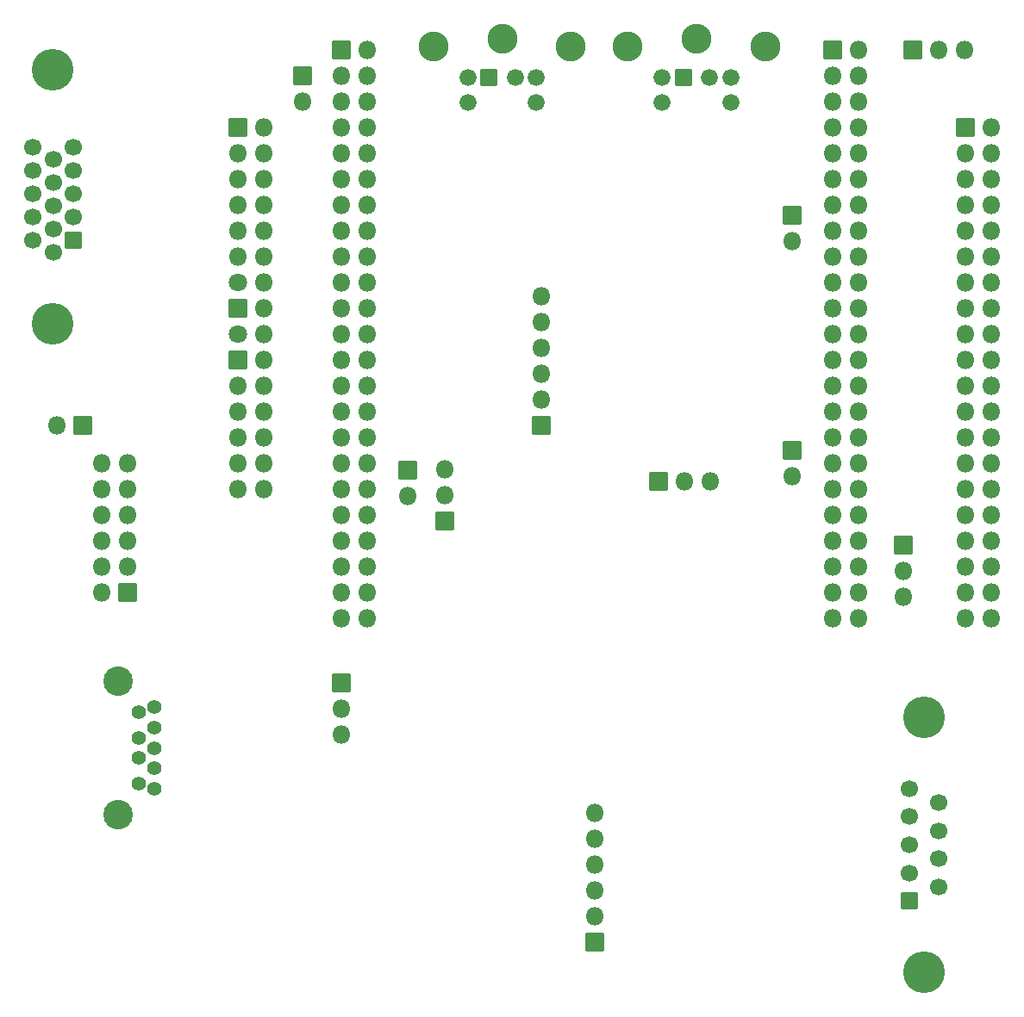
<source format=gbr>
%TF.GenerationSoftware,KiCad,Pcbnew,6.0.9-8da3e8f707~117~ubuntu20.04.1*%
%TF.CreationDate,2022-12-25T13:31:21+01:00*%
%TF.ProjectId,arrow_deca_retro_cape,6172726f-775f-4646-9563-615f72657472,0.90*%
%TF.SameCoordinates,Original*%
%TF.FileFunction,Soldermask,Bot*%
%TF.FilePolarity,Negative*%
%FSLAX46Y46*%
G04 Gerber Fmt 4.6, Leading zero omitted, Abs format (unit mm)*
G04 Created by KiCad (PCBNEW 6.0.9-8da3e8f707~117~ubuntu20.04.1) date 2022-12-25 13:31:21*
%MOMM*%
%LPD*%
G01*
G04 APERTURE LIST*
G04 Aperture macros list*
%AMRoundRect*
0 Rectangle with rounded corners*
0 $1 Rounding radius*
0 $2 $3 $4 $5 $6 $7 $8 $9 X,Y pos of 4 corners*
0 Add a 4 corners polygon primitive as box body*
4,1,4,$2,$3,$4,$5,$6,$7,$8,$9,$2,$3,0*
0 Add four circle primitives for the rounded corners*
1,1,$1+$1,$2,$3*
1,1,$1+$1,$4,$5*
1,1,$1+$1,$6,$7*
1,1,$1+$1,$8,$9*
0 Add four rect primitives between the rounded corners*
20,1,$1+$1,$2,$3,$4,$5,0*
20,1,$1+$1,$4,$5,$6,$7,0*
20,1,$1+$1,$6,$7,$8,$9,0*
20,1,$1+$1,$8,$9,$2,$3,0*%
G04 Aperture macros list end*
%ADD10RoundRect,0.050000X-0.850000X-0.850000X0.850000X-0.850000X0.850000X0.850000X-0.850000X0.850000X0*%
%ADD11O,1.800000X1.800000*%
%ADD12C,1.800000*%
%ADD13RoundRect,0.050000X0.850000X0.850000X-0.850000X0.850000X-0.850000X-0.850000X0.850000X-0.850000X0*%
%ADD14C,1.400000*%
%ADD15C,2.900000*%
%ADD16RoundRect,0.050000X0.850000X-0.850000X0.850000X0.850000X-0.850000X0.850000X-0.850000X-0.850000X0*%
%ADD17RoundRect,0.050800X-0.787400X-0.787400X0.787400X-0.787400X0.787400X0.787400X-0.787400X0.787400X0*%
%ADD18C,1.676400*%
%ADD19C,2.946400*%
%ADD20C,4.100000*%
%ADD21RoundRect,0.050000X-0.800000X0.800000X-0.800000X-0.800000X0.800000X-0.800000X0.800000X0.800000X0*%
%ADD22C,1.700000*%
%ADD23RoundRect,0.050000X0.800000X-0.800000X0.800000X0.800000X-0.800000X0.800000X-0.800000X-0.800000X0*%
%ADD24RoundRect,0.050000X-0.850000X0.850000X-0.850000X-0.850000X0.850000X-0.850000X0.850000X0.850000X0*%
G04 APERTURE END LIST*
D10*
%TO.C,J9*%
X116840000Y-45720000D03*
D11*
X119380000Y-45720000D03*
X116840000Y-48260000D03*
X119380000Y-48260000D03*
X116840000Y-50800000D03*
X119380000Y-50800000D03*
X116840000Y-53340000D03*
X119380000Y-53340000D03*
X116840000Y-55880000D03*
X119380000Y-55880000D03*
X116840000Y-58420000D03*
X119380000Y-58420000D03*
X116840000Y-60960000D03*
X119380000Y-60960000D03*
X116840000Y-63500000D03*
X119380000Y-63500000D03*
X116840000Y-66040000D03*
X119380000Y-66040000D03*
X116840000Y-68580000D03*
X119380000Y-68580000D03*
X116840000Y-71120000D03*
X119380000Y-71120000D03*
X116840000Y-73660000D03*
X119380000Y-73660000D03*
X116840000Y-76200000D03*
X119380000Y-76200000D03*
X116840000Y-78740000D03*
X119380000Y-78740000D03*
X116840000Y-81280000D03*
X119380000Y-81280000D03*
X116840000Y-83820000D03*
X119380000Y-83820000D03*
X116840000Y-86360000D03*
X119380000Y-86360000D03*
X116840000Y-88900000D03*
X119380000Y-88900000D03*
X116840000Y-91440000D03*
X119380000Y-91440000D03*
X116840000Y-93980000D03*
X119380000Y-93980000D03*
X116840000Y-96520000D03*
X119380000Y-96520000D03*
X116840000Y-99060000D03*
X119380000Y-99060000D03*
X116840000Y-101600000D03*
X119380000Y-101600000D03*
%TD*%
D10*
%TO.C,J8*%
X165100000Y-45720000D03*
D11*
X167640000Y-45720000D03*
X165100000Y-48260000D03*
X167640000Y-48260000D03*
X165100000Y-50800000D03*
X167640000Y-50800000D03*
X165100000Y-53340000D03*
X167640000Y-53340000D03*
X165100000Y-55880000D03*
X167640000Y-55880000D03*
X165100000Y-58420000D03*
X167640000Y-58420000D03*
X165100000Y-60960000D03*
X167640000Y-60960000D03*
X165100000Y-63500000D03*
X167640000Y-63500000D03*
X165100000Y-66040000D03*
X167640000Y-66040000D03*
X165100000Y-68580000D03*
X167640000Y-68580000D03*
X165100000Y-71120000D03*
X167640000Y-71120000D03*
X165100000Y-73660000D03*
X167640000Y-73660000D03*
X165100000Y-76200000D03*
X167640000Y-76200000D03*
X165100000Y-78740000D03*
X167640000Y-78740000D03*
X165100000Y-81280000D03*
X167640000Y-81280000D03*
X165100000Y-83820000D03*
X167640000Y-83820000D03*
X165100000Y-86360000D03*
X167640000Y-86360000D03*
X165100000Y-88900000D03*
X167640000Y-88900000D03*
X165100000Y-91440000D03*
X167640000Y-91440000D03*
X165100000Y-93980000D03*
X167640000Y-93980000D03*
X165100000Y-96520000D03*
X167640000Y-96520000D03*
X165100000Y-99060000D03*
X167640000Y-99060000D03*
X165100000Y-101600000D03*
X167640000Y-101600000D03*
%TD*%
D10*
%TO.C,J20*%
X95823469Y-99033400D03*
D11*
X95823469Y-96493400D03*
X95823469Y-93953400D03*
X95823469Y-91413400D03*
X95823469Y-88873400D03*
X95823469Y-86333400D03*
X93283469Y-99033400D03*
X93283469Y-96493400D03*
X93283469Y-93953400D03*
X93283469Y-91413400D03*
X93283469Y-88873400D03*
X93283469Y-86333400D03*
%TD*%
D10*
%TO.C,JP5*%
X161163000Y-61971000D03*
D11*
X161163000Y-64511000D03*
%TD*%
D12*
%TO.C,J2*%
X106680000Y-68580000D03*
D11*
X109220000Y-68580000D03*
%TD*%
D13*
%TO.C,J16*%
X141745000Y-133426200D03*
D11*
X141745000Y-130886200D03*
X141745000Y-128346200D03*
X141745000Y-125806200D03*
X141745000Y-123266200D03*
X141745000Y-120726200D03*
%TD*%
D14*
%TO.C,J21*%
X96965342Y-110820989D03*
X96965342Y-113320989D03*
X96965342Y-115320989D03*
X96965342Y-117820989D03*
X98465342Y-118320989D03*
X98465342Y-116320989D03*
X98465342Y-114320989D03*
X98465342Y-112320989D03*
X98465342Y-110320989D03*
D15*
X94965342Y-107750989D03*
X94965342Y-120890989D03*
%TD*%
D16*
%TO.C,JP8*%
X147980400Y-88087200D03*
D11*
X150520400Y-88087200D03*
X153060400Y-88087200D03*
%TD*%
D13*
%TO.C,J10*%
X136539669Y-82625000D03*
D11*
X136539669Y-80085000D03*
X136539669Y-77545000D03*
X136539669Y-75005000D03*
X136539669Y-72465000D03*
X136539669Y-69925000D03*
%TD*%
D10*
%TO.C,J11*%
X106680000Y-53340000D03*
D11*
X106680000Y-55880000D03*
X106680000Y-58420000D03*
X106680000Y-60960000D03*
X106680000Y-63500000D03*
X106680000Y-66040000D03*
X109220000Y-53340000D03*
X109220000Y-55880000D03*
X109220000Y-58420000D03*
X109220000Y-60960000D03*
X109220000Y-63500000D03*
X109220000Y-66040000D03*
%TD*%
D10*
%TO.C,JP4*%
X113030000Y-48255000D03*
D11*
X113030000Y-50795000D03*
%TD*%
D17*
%TO.C,J5*%
X131359200Y-48387000D03*
D18*
X133950000Y-48387000D03*
X129301800Y-48387000D03*
X136007400Y-48387000D03*
X129301800Y-50876200D03*
X136007400Y-50876200D03*
D19*
X125898200Y-45389800D03*
X132654600Y-44577000D03*
X139411000Y-45389800D03*
%TD*%
D20*
%TO.C,J1*%
X88490269Y-47623600D03*
X88490269Y-72623600D03*
D21*
X90540269Y-64438600D03*
D22*
X90540269Y-62148600D03*
X90540269Y-59858600D03*
X90540269Y-57568600D03*
X90540269Y-55278600D03*
X88560269Y-65583600D03*
X88560269Y-63293600D03*
X88560269Y-61003600D03*
X88560269Y-58713600D03*
X88560269Y-56423600D03*
X86580269Y-64438600D03*
X86580269Y-62148600D03*
X86580269Y-59858600D03*
X86580269Y-57568600D03*
X86580269Y-55278600D03*
%TD*%
D12*
%TO.C,J3*%
X106680000Y-73660000D03*
D11*
X109220000Y-73660000D03*
%TD*%
D10*
%TO.C,J14*%
X123355000Y-86964200D03*
D11*
X123355000Y-89504200D03*
%TD*%
D17*
%TO.C,J19*%
X150444200Y-48387000D03*
D18*
X153035000Y-48387000D03*
X148386800Y-48387000D03*
X155092400Y-48387000D03*
X148386800Y-50876200D03*
X155092400Y-50876200D03*
D19*
X144983200Y-45389800D03*
X151739600Y-44577000D03*
X158496000Y-45389800D03*
%TD*%
D16*
%TO.C,J15*%
X172987000Y-45669200D03*
D11*
X175527000Y-45669200D03*
X178067000Y-45669200D03*
%TD*%
D20*
%TO.C,J4*%
X174074338Y-136335000D03*
X174074338Y-111335000D03*
D23*
X172654338Y-129375000D03*
D22*
X172654338Y-126605000D03*
X172654338Y-123835000D03*
X172654338Y-121065000D03*
X172654338Y-118295000D03*
X175494338Y-127990000D03*
X175494338Y-125220000D03*
X175494338Y-122450000D03*
X175494338Y-119680000D03*
%TD*%
D13*
%TO.C,J18*%
X127013000Y-92009200D03*
D11*
X127013000Y-89469200D03*
X127013000Y-86929200D03*
%TD*%
D10*
%TO.C,JP6*%
X161163000Y-85090000D03*
D11*
X161163000Y-87630000D03*
%TD*%
D16*
%TO.C,J17*%
X106680000Y-71120000D03*
D11*
X109220000Y-71120000D03*
%TD*%
D10*
%TO.C,JP9*%
X116840000Y-107950000D03*
D11*
X116840000Y-110490000D03*
X116840000Y-113030000D03*
%TD*%
D10*
%TO.C,J12*%
X106680000Y-76200000D03*
D11*
X106680000Y-78740000D03*
X106680000Y-81280000D03*
X106680000Y-83820000D03*
X106680000Y-86360000D03*
X106680000Y-88900000D03*
X109220000Y-76200000D03*
X109220000Y-78740000D03*
X109220000Y-81280000D03*
X109220000Y-83820000D03*
X109220000Y-86360000D03*
X109220000Y-88900000D03*
%TD*%
D24*
%TO.C,JP1*%
X91459669Y-82625000D03*
D11*
X88919669Y-82625000D03*
%TD*%
D10*
%TO.C,J7*%
X172043185Y-94360000D03*
D11*
X172043185Y-96900000D03*
X172043185Y-99440000D03*
%TD*%
D10*
%TO.C,J6*%
X178138185Y-53340000D03*
D11*
X180678185Y-53340000D03*
X178138185Y-55880000D03*
X180678185Y-55880000D03*
X178138185Y-58420000D03*
X180678185Y-58420000D03*
X178138185Y-60960000D03*
X180678185Y-60960000D03*
X178138185Y-63500000D03*
X180678185Y-63500000D03*
X178138185Y-66040000D03*
X180678185Y-66040000D03*
X178138185Y-68580000D03*
X180678185Y-68580000D03*
X178138185Y-71120000D03*
X180678185Y-71120000D03*
X178138185Y-73660000D03*
X180678185Y-73660000D03*
X178138185Y-76200000D03*
X180678185Y-76200000D03*
X178138185Y-78740000D03*
X180678185Y-78740000D03*
X178138185Y-81280000D03*
X180678185Y-81280000D03*
X178138185Y-83820000D03*
X180678185Y-83820000D03*
X178138185Y-86360000D03*
X180678185Y-86360000D03*
X178138185Y-88900000D03*
X180678185Y-88900000D03*
X178138185Y-91440000D03*
X180678185Y-91440000D03*
X178138185Y-93980000D03*
X180678185Y-93980000D03*
X178138185Y-96520000D03*
X180678185Y-96520000D03*
X178138185Y-99060000D03*
X180678185Y-99060000D03*
X178138185Y-101600000D03*
X180678185Y-101600000D03*
%TD*%
M02*

</source>
